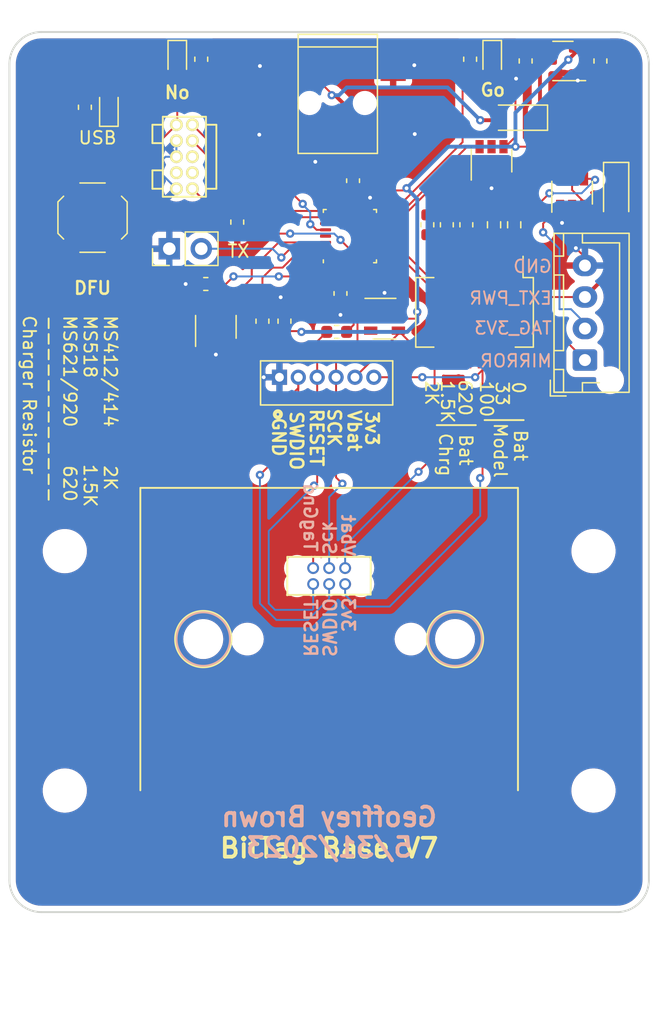
<source format=kicad_pcb>
(kicad_pcb (version 20211014) (generator pcbnew)
  (title_block (date "2023-05-31"))
  (layers (0 "F.Cu" signal) (31 "B.Cu" signal) (34 "B.Paste" user) (35 "F.Paste" user) (36 "B.SilkS" user "B.Silkscreen") (37 "F.SilkS" user "F.Silkscreen") (38 "B.Mask" user) (39 "F.Mask" user) (44 "Edge.Cuts" user))
  (net 0 "")
  (net 1 "+3V3")
  (net 2 "GND")
  (net 3 "VBAT_ADC")
  (net 4 "TAG_VBAT")
  (net 5 "/LED_RED")
  (net 6 "/LED_GREEN")
  (net 7 "TAG_3V3")
  (net 8 "TAG_SWDIO")
  (net 9 "TAG_RESET")
  (net 10 "Net-(R106-Pad2)")
  (net 11 "Net-(R106-Pad1)")
  (net 12 "/USB_DP")
  (net 13 "/USB_DM")
  (net 14 "Net-(R104-Pad2)")
  (net 15 "ADC_EN")
  (net 16 "Net-(D105-Pad1)")
  (net 17 "/NRST")
  (net 18 "TAG_SCK")
  (net 19 "Net-(D101-Pad1)")
  (net 20 "Net-(D102-Pad1)")
  (net 21 "/SWDIO")
  (net 22 "/SCLK")
  (net 23 "TAG_3V3_EN")
  (net 24 "EXT_PWR")
  (net 25 "Net-(R2-Pad2)")
  (net 26 "Net-(R3-Pad2)")
  (net 27 "Net-(R108-Pad2)")
  (net 29 "VUSB")
  (net 30 "/VIN")
  (net 31 "Net-(R108-Pad1)")
  (net 32 "TAG_MIRROR")
  (net 33 "/boot0")
  (net 34 "/UART_TX")
  (net 45 "Net-(R5-Pad1)")
  (net 46 "Net-(R5-Pad2)")
  (net 47 "Net-(R6-Pad1)")
  (net 48 "/TAG_SWDIO_EN")
  (net 49 "~{TAG_VBAT_EN}")
  (net 50 "TAG_3V3_IN")
  (footprint "LED_SMD:LED_0603_1608Metric" (layer "F.Cu") (at 114.935 52.959 -90)
    (fp_text reference "D101" hide)
    (fp_text value "LED-RED" hide)
  )
  (footprint "LED_SMD:LED_0603_1608Metric" (layer "F.Cu") (at 139.954 52.959 -90)
    (fp_text reference "D102" hide)
    (fp_text value "LED-GREEN" hide)
  )
  (footprint "LED_SMD:LED_0603_1608Metric" (layer "F.Cu") (at 109.5 56.8 90)
    (fp_text reference "D105" hide)
    (fp_text value "LED-GREEN" hide)
  )
  (footprint "tagbase:FTSH-105-01-F-D-K" (layer "F.Cu") (at 115.5 60.7 -90)
    (fp_text reference "J102" hide)
    (fp_text value "Conn_02x05_Odd_Even" hide)
  )
  (footprint "tagbase:6pin_tagpoints_new_offset" (layer "F.Cu") (at 127 93.98)
    (fp_text reference "J101" hide)
    (fp_text value "Conn_02x03_Odd_Even" hide)
  )
  (footprint "Package_TO_SOT_SMD:SOT-23-6" (layer "F.Cu") (at 118 74.2 90)
    (fp_text reference "U2" hide)
    (fp_text value "TS5A3159ADBVR" hide)
  )
  (footprint "tagbase:SW_SPST_TS_1187" (layer "F.Cu") (at 108.204 65.532 -90)
    (fp_text reference "U105" hide)
    (fp_text value "Tactile Switch" hide)
  )
  (footprint "Package_TO_SOT_SMD:SOT-23-3" (layer "F.Cu") (at 145.572 53.1 180)
    (fp_text reference "U1" hide)
    (fp_text value "XC6206")
  )
  (footprint "tagbase:USB_Mini-B" (layer "F.Cu") (at 127.635 56.2356 -90)
    (fp_text reference "J104" hide)
    (fp_text value "USB_B_Mini" hide)
  )
  (footprint "Capacitor_SMD:C_0603_1608Metric" (layer "F.Cu") (at 142.61 53.1 -90)
    (fp_text reference "C1" hide)
    (fp_text value "1uF" hide)
  )
  (footprint "Capacitor_SMD:C_0603_1608Metric" (layer "F.Cu") (at 119.7 65.8875 -90)
    (fp_text reference "C101" hide)
    (fp_text value "0.1uF" hide)
  )
  (footprint "Capacitor_SMD:C_0603_1608Metric" (layer "F.Cu") (at 148.55 53.1 -90)
    (fp_text reference "C104" hide)
    (fp_text value "1uF" hide)
  )
  (footprint "Capacitor_SMD:C_0603_1608Metric" (layer "F.Cu") (at 123.45 73.75 90)
    (fp_text reference "C107" hide)
    (fp_text value "0.1uF")
  )
  (footprint "Resistor_SMD:R_0603_1608Metric" (layer "F.Cu") (at 134.8 66.1 -90)
    (fp_text reference "R3" hide)
    (fp_text value "2K" hide)
  )
  (footprint "Resistor_SMD:R_0603_1608Metric" (layer "F.Cu") (at 116.84 52.96 -90)
    (fp_text reference "R101" hide)
    (fp_text value "620" hide)
  )
  (footprint "Resistor_SMD:R_0603_1608Metric" (layer "F.Cu") (at 138.2 52.96 -90)
    (fp_text reference "R102" hide)
    (fp_text value "620")
  )
  (footprint "Resistor_SMD:R_0603_1608Metric" (layer "F.Cu") (at 127.6 74.6)
    (fp_text reference "R104" hide)
    (fp_text value "2.2K")
  )
  (footprint "Resistor_SMD:R_0603_1608Metric" (layer "F.Cu") (at 117.2 70.8)
    (fp_text reference "R105" hide)
    (fp_text value "10K")
  )
  (footprint "Resistor_SMD:R_0603_1608Metric" (layer "F.Cu") (at 121.7 73.75 -90)
    (fp_text reference "R106" hide)
    (fp_text value "100")
  )
  (footprint "Resistor_SMD:R_0603_1608Metric" (layer "F.Cu") (at 107.595 56.774 90)
    (fp_text reference "R107" hide)
    (fp_text value "620" hide)
  )
  (footprint "Resistor_SMD:R_0603_1608Metric" (layer "F.Cu") (at 137.9 66.1 -90)
    (fp_text reference "R108" hide)
    (fp_text value "620")
  )
  (footprint "Package_TO_SOT_SMD:SOT-23-6" (layer "F.Cu") (at 131.4 73.55)
    (fp_text reference "U3" hide)
    (fp_text value "TS5A3159ADBVR" hide)
  )
  (footprint "Resistor_SMD:R_0603_1608Metric" (layer "F.Cu") (at 136.35 66.1 -90)
    (fp_text reference "R2" hide)
    (fp_text value "1.5K" hide)
  )
  (footprint "Diode_SMD:D_SOD-123" (layer "F.Cu") (at 142.1 57.6 180)
    (fp_text reference "D1" hide)
    (fp_text value "DIODE")
  )
  (footprint "Connector_JST:JST_XH_B04B-XH-AM_1x04_P2.50mm_Vertical" (layer "F.Cu") (at 147.32 76.835 90)
    (fp_text reference "J1" hide)
    (fp_text value "Conn_01x04_Female" hide)
  )
  (footprint "Button_Switch_SMD:SW_DIP_SPSTx06_Slide_KingTek_DSHP06TS_W7.62mm_P1.27mm" (layer "F.Cu") (at 138.55 73.05 -90)
    (fp_text reference "SW1" hide)
    (fp_text value "SW_DIP_x04")
  )
  (footprint "Package_TO_SOT_SMD:SOT-23-6" (layer "F.Cu") (at 146.3 63.55 90)
    (fp_text reference "U4" hide)
    (fp_text value "TS5A3159ADBVR")
  )
  (footprint "Package_TO_SOT_SMD:SOT-23-6" (layer "F.Cu") (at 139.9 61 90)
    (fp_text reference "U5" hide)
    (fp_text value "TS5A3159ADBVR")
  )
  (footprint "Connector_PinHeader_2.54mm:PinHeader_1x02_P2.54mm_Vertical" (layer "F.Cu") (at 114.3 68 90)
    (fp_text reference "J5" hide)
    (fp_text value "Conn_01x02")
  )
  (footprint "Capacitor_SMD:C_0603_1608Metric" (layer "F.Cu") (at 127.9 71.55 -90)
    (fp_text reference "C2" hide)
    (fp_text value "0.1uF")
  )
  (footprint "Capacitor_SMD:C_0603_1608Metric" (layer "F.Cu") (at 128.9 62.6 90)
    (fp_text reference "C3" hide)
    (fp_text value "0.1uF")
  )
  (footprint "Diode_SMD:D_SOD-123" (layer "F.Cu") (at 149.8 63.4 -90)
    (fp_text reference "D3" hide)
    (fp_text value "DIODE")
  )
  (footprint "MountingHole:MountingHole_2.5mm" (layer "F.Cu") (at 106 111)
    (fp_text reference "H2" hide)
    (fp_text value "MountingHole")
  )
  (footprint "MountingHole:MountingHole_2.5mm" (layer "F.Cu") (at 106 92)
    (fp_text reference "H1" hide)
    (fp_text value "MountingHole")
  )
  (footprint "Resistor_SMD:R_0603_1608Metric" (layer "F.Cu") (at 141.7 66.1 -90)
    (fp_text reference "R5" hide)
    (fp_text value "33")
  )
  (footprint "tagbase:JST_B6B-ZR(LF)(SN)" (layer "F.Cu") (at 126.8 78.2 180)
    (fp_text reference "J2" hide)
    (fp_text value "Conn_01x06")
  )
  (footprint "MountingHole:MountingHole_2.5mm" (layer "F.Cu") (at 148 111)
    (fp_text reference "H4" hide)
    (fp_text value "MountingHole")
  )
  (footprint "Resistor_SMD:R_0603_1608Metric" (layer "F.Cu") (at 140.1 66.1 90)
    (fp_text reference "R6" hide)
    (fp_text value "100")
  )
  (footprint "MountingHole:MountingHole_2.5mm" (layer "F.Cu") (at 148 92)
    (fp_text reference "H3" hide)
    (fp_text value "MountingHole")
  )
  (footprint "Package_DFN_QFN:QFN-28_4x4mm_P0.5mm" (layer "F.Cu") (at 128.65 67 90)
    (fp_text reference "U6" hide)
    (fp_text value "STM32F042G6Ux")
  )
  (gr_line (start 139.35 81.6) (end 142.45 81.6) (layer "F.SilkS") (width 0.15))
  (gr_line (start 135.55 82) (end 138.65 82) (layer "F.SilkS") (width 0.15))
  (gr_arc (start 149.86 50.8) (mid 151.656051 51.543949) (end 152.4 53.34) (layer "Edge.Cuts") (width 0.15))
  (gr_arc (start 104.14 120.65) (mid 102.343949 119.906051) (end 101.6 118.11) (layer "Edge.Cuts") (width 0.15))
  (gr_line (start 149.86 50.8) (end 104.14 50.8) (layer "Edge.Cuts") (width 0.15))
  (gr_arc (start 101.6 53.34) (mid 102.343949 51.543949) (end 104.14 50.8) (layer "Edge.Cuts") (width 0.15))
  (gr_line (start 149.86 120.65) (end 104.14 120.65) (layer "Edge.Cuts") (width 0.15))
  (gr_line (start 152.4 53.34) (end 152.4 118.11) (layer "Edge.Cuts") (width 0.15))
  (gr_arc (start 152.4 118.11) (mid 151.656051 119.906051) (end 149.86 120.65) (layer "Edge.Cuts") (width 0.15))
  (gr_line (start 101.6 53.34) (end 101.6 118.11) (layer "Edge.Cuts") (width 0.15))
  (gr_text "Vbat" (at 128.5 89 -90) (layer "B.SilkS") (effects (font (size 1 1) (thickness 0.2)) (justify right mirror)))
  (gr_text "Sck" (at 127 89.5 -90) (layer "B.SilkS") (effects (font (size 1 1) (thickness 0.2)) (justify right mirror)))
  (gr_text "TagGnd" (at 125.5 86.5 -90) (layer "B.SilkS") (effects (font (size 1 1) (thickness 0.2)) (justify right mirror)))
  (gr_text "3v3" (at 128.5 98.5 -90) (layer "B.SilkS") (effects (font (size 1 1) (thickness 0.2)) (justify left mirror)))
  (gr_text "SWDIO" (at 127 100.5 -90) (layer "B.SilkS") (effects (font (size 1 1) (thickness 0.2)) (justify left mirror)))
  (gr_text "RESET" (at 125.5 100.5 -90) (layer "B.SilkS") (effects (font (size 1 1) (thickness 0.2)) (justify left mirror)))
  (gr_text "Geoffrey Brown\n5/31/2023" (at 127 114.3) (layer "B.SilkS") (effects (font (size 1.5 1.5) (thickness 0.3)) (justify mirror)))
  (gr_text "EXT_PWR" (at 144.78 71.92) (layer "B.SilkS") (effects (font (size 1 1)) (justify left mirror)))
  (gr_text "MIRROR" (at 144.78 76.9) (layer "B.SilkS") (effects (font (size 1 1)) (justify left mirror)))
  (gr_text "GND" (at 144.78 69.4) (layer "B.SilkS") (effects (font (size 1 1)) (justify left mirror)))
  (gr_text "TAG_3V3" (at 144.78 74.295) (layer "B.SilkS") (effects (font (size 1 1)) (justify left mirror)))
  (gr_text "DFU" (at 108.204 71.12) (layer "F.SilkS") (effects (font (size 1 1) (thickness 0.2))))
  (gr_text "Go" (at 140 55.4) (layer "F.SilkS") (effects (font (size 1 1) (thickness 0.2))))
  (gr_text "3v3" (at 130.4 80.8 270) (layer "F.SilkS") (effects (font (size 1 1) (thickness 0.2)) (justify left)))
  (gr_text "TX" (at 119.8 68.2) (layer "F.SilkS") (effects (font (size 1 1))))
  (gr_text "SWDIO" (at 124.4 80.8 270) (layer "F.SilkS") (effects (font (size 1 1) (thickness 0.2)) (justify left)))
  (gr_text "BitTag Base V7" (at 127 115.57) (layer "F.SilkS") (effects (font (size 1.5 1.5) (thickness 0.3))))
  (gr_text "Bat \nModel" (at 141.4 84 270) (layer "F.SilkS") (effects (font (size 1 1))))
  (gr_text "GND" (at 123 84.6 270) (layer "F.SilkS") (effects (font (size 1 1) (thickness 0.2)) (justify right)))
  (gr_text "100" (at 139.5 78.4 270) (layer "F.SilkS") (effects (font (size 1 1)) (justify left)))
  (gr_text "No" (at 114.935 55.6) (layer "F.SilkS") (effects (font (size 1 1) (thickness 0.2))))
  (gr_text "USB" (at 108.6 59.2) (layer "F.SilkS") (effects (font (size 1 1))))
  (gr_text "SCK" (at 127.4 83.8 270) (layer "F.SilkS") (effects (font (size 1 1) (thickness 0.2)) (justify right)))
  (gr_text "2K" (at 135.15 79.45 270) (layer "F.SilkS") (effects (font (size 1 1))))
  (gr_text "Vbat" (at 129 84.2 270) (layer "F.SilkS") (effects (font (size 1 1) (thickness 0.2)) (justify right)))
  (gr_text "0" (at 142.05 78.45 270) (layer "F.SilkS") (effects (font (size 1 1)) (justify left)))
  (gr_text "1.5K" (at 136.4 78.35 270) (layer "F.SilkS") (effects (font (size 1 1)) (justify left)))
  (gr_text "Bat \nChrg" (at 137.05 84.35 270) (layer "F.SilkS") (effects (font (size 1 1))))
  (gr_text "33" (at 140.75 78.45 270) (layer "F.SilkS") (effects (font (size 1 1)) (justify left)))
  (gr_text "MS412/414    2K\nMS518         1.5K\nMS621/920    620\n------------\nCharger Resistor" (at 106.4 73.2 270) (layer "F.SilkS") (effects (font (size 1 1)) (justify left)))
  (gr_text "620" (at 137.8 78.3 270) (layer "F.SilkS") (effects (font (size 1 1)) (justify left)))
  (gr_text "RESET" (at 126 80.6 270) (layer "F.SilkS") (effects (font (size 1 1) (thickness 0.2)) (justify left)))
  (segment (start 112.4 70.6) (end 115.8 74) (width 0.1524) (layer "F.Cu") (net 1))
  (segment (start 112.225 60.8) (end 107.1 60.8) (width 0.1524) (layer "F.Cu") (net 1))
  (segment (start 120.8 75.2) (end 120.8 75.4) (width 0.1524) (layer "F.Cu") (net 1))
  (segment (start 121.2 75.8) (end 122.1875 75.8) (width 0.1524) (layer "F.Cu") (net 1))
  (segment (start 146.7095 52.15) (end 148.3875 52.15) (width 0.3048) (layer "F.Cu") (net 1))
  (segment (start 146.7095 52.15) (end 146.7095 52.2905) (width 0.3048) (layer "F.Cu") (net 1))
  (segment (start 106.329 68.532) (end 108.397 70.6) (width 0.1524) (layer "F.Cu") (net 1))
  (segment (start 122.1875 75.8) (end 123.45 74.5375) (width 0.1524) (layer "F.Cu") (net 1))
  (segment (start 141.8 59.9) (end 144.9 59.9) (width 0.1524) (layer "F.Cu") (net 1))
  (segment (start 140.85 59.9) (end 141.8 59.9) (width 0.1524) (layer "F.Cu") (net 1))
  (segment (start 118 73.7824) (end 118.2088 73.9912) (width 0.1524) (layer "F.Cu") (net 1))
  (segment (start 132.5 73.55) (end 133.85 73.55) (width 0.1524) (layer "F.Cu") (net 1))
  (segment (start 148.3875 52.15) (end 148.55 52.3125) (width 0.3048) (layer "F.Cu") (net 1))
  (segment (start 129.15 69.525) (end 127.9 70.775) (width 0.1524) (layer "F.Cu") (net 1))
  (segment (start 108.397 70.6) (end 112.4 70.6) (width 0.1524) (layer "F.Cu") (net 1))
  (segment (start 141.8 59.109737) (end 141.8 55.5925) (width 0.1524) (layer "F.Cu") (net 1))
  (segment (start 114.865 58.16) (end 112.225 60.8) (width 0.1524) (layer "F.Cu") (net 1))
  (segment (start 114.935 53.7465) (end 114.935 58.09) (width 0.1524) (layer "F.Cu") (net 1))
  (segment (start 129.15 68.9375) (end 129.15 69.525) (width 0.1524) (layer "F.Cu") (net 1))
  (segment (start 126.4 70.95) (end 126.575 70.775) (width 0.1524) (layer "F.Cu") (net 1))
  (segment (start 117.6 74) (end 118 73.6) (width 0.1524) (layer "F.Cu") (net 1))
  (segment (start 141.8 55.5925) (end 139.954 53.7465) (width 0.1524) (layer "F.Cu") (net 1))
  (segment (start 128.9 64.8125) (end 129.15 65.0625) (width 0.1524) (layer "F.Cu") (net 1))
  (segment (start 146.7095 52.2905) (end 146 53) (width 0.3048) (layer "F.Cu") (net 1))
  (segment (start 126.4 71.5875) (end 126.4 70.95) (width 0.1524) (layer "F.Cu") (net 1))
  (segment (start 134.2 73.2) (end 134 73) (width 0.1524) (layer "F.Cu") (net 1))
  (segment (start 119.5912 73.9912) (end 120.8 75.2) (width 0.1524) (layer "F.Cu") (net 1))
  (segment (start 144.9 59.9) (end 146.3 61.3) (width 0.1524) (layer "F.Cu") (net 1))
  (segment (start 139.9 59.9) (end 140.85 59.9) (width 0.1524) (layer "F.Cu") (net 1))
  (segment (start 107.1 60.8) (end 106.329 61.571) (width 0.1524) (layer "F.Cu") (net 1))
  (segment (start 120.8 75.4) (end 121.2 75.8) (width 0.1524) (layer "F.Cu") (net 1))
  (segment (start 147.25 64.2878) (end 147.25 64.65) (width 0.1524) (layer "F.Cu") (net 1))
  (segment (start 129.15 65.0625) (end 129.15 68.9375) (width 0.1524) (layer "F.Cu") (net 1))
  (segment (start 146.3 62.45) (end 146.3 63.3378) (width 0.1524) (layer "F.Cu") (net 1))
  (segment (start 126.575 70.775) (end 127.9 70.775) (width 0.1524) (layer "F.Cu") (net 1))
  (segment (start 123.45 74.5375) (end 126.4 71.5875) (width 0.1524) (layer "F.Cu") (net 1))
  (segment (start 146.3 61.3) (end 146.3 62.45) (width 0.1524) (layer "F.Cu") (net 1))
  (segment (start 128.9 63.375) (end 132.975 63.375) (width 0.1524) (layer "F.Cu") (net 1))
  (segment (start 118.2088 73.9912) (end 119.5912 73.9912) (width 0.1524) (layer "F.Cu") (net 1))
  (segment (start 146.3 63.3378) (end 147.25 64.2878) (width 0.1524) (layer "F.Cu") (net 1))
  (segment (start 128.9 63.375) (end 128.9 64.8125) (width 0.1524) (layer "F.Cu") (net 1))
  (segment (start 115.8 74) (end 117.6 74) (width 0.1524) (layer "F.Cu") (net 1))
  (segment (start 114.935 58.09) (end 114.865 58.16) (width 0.1524) (layer "F.Cu") (net 1))
  (segment (start 118 73.1) (end 118 73.7824) (width 0.1524) (layer "F.Cu") (net 1))
  (segment (start 124.7375 74.5375) (end 124.8 74.6) (width 0.1524) (layer "F.Cu") (net 1))
  (segment (start 132.975 63.375) (end 133.15 63.2) (width 0.1524) (layer "F.Cu") (net 1))
  (segment (start 106.329 62.532) (end 106.329 68.532) (width 0.1524) (layer "F.Cu") (net 1))
  (segment (start 128.65 65.0625) (end 128.9 64.8125) (width 0.1524) (layer "F.Cu") (net 1))
  (segment (start 141.009737 59.9) (end 141.8 59.109737) (width 0.1524) (layer "F.Cu") (net 1))
  (segment (start 123.45 74.5375) (end 124.7375 74.5375) (width 0.1524) (layer "F.Cu") (net 1))
  (segment (start 140.85 59.9) (end 141.009737 59.9) (width 0.1524) (layer "F.Cu") (net 1))
  (segment (start 133.85 73.55) (end 134.2 73.2) (width 0.1524) (layer "F.Cu") (net 1))
  (segment (start 106.329 61.571) (end 106.329 62.532) (width 0.1524) (layer "F.Cu") (net 1))
  (via (at 146 53) (size 0.6604) (drill 0.3048) (layers "F.Cu" "B.Cu") (net 1))
  (via (at 133.15 63.2) (size 0.6604) (drill 0.3048) (layers "F.Cu" "B.Cu") (net 1))
  (via (at 124.8 74.6) (size 0.6604) (drill 0.3048) (layers "F.Cu" "B.Cu") (net 1))
  (via (at 134 73) (size 0.6604) (drill 0.3048) (layers "F.Cu" "B.Cu") (net 1))
  (via (at 141.8 59.9) (size 0.6604) (drill 0.3048) (layers "F.Cu" "B.Cu") (net 1))
  (segment (start 134 73) (end 134 73.8) (width 0.3048) (layer "B.Cu") (net 1))
  (segment (start 143.05 55.95) (end 141.8 57.2) (width 0.3048) (layer "B.Cu") (net 1))
  (segment (start 146 53) (end 143.05 55.95) (width 0.3048) (layer "B.Cu") (net 1))
  (segment (start 136.45 59.9) (end 141.8 59.9) (width 0.3048) (layer "B.Cu") (net 1))
  (segment (start 134 73.8) (end 133.2 74.6) (width 0.3048) (layer "B.Cu") (net 1))
  (segment (start 133.2 74.6) (end 124.8 74.6) (width 0.3048) (layer "B.Cu") (net 1))
  (segment (start 134 64.05) (end 134 73) (width 0.3048) (layer "B.Cu") (net 1))
  (segment (start 133.15 63.2) (end 134 64.05) (width 0.3048) (layer "B.Cu") (net 1))
  (segment (start 141.8 57.2) (end 141.8 59.9) (width 0.3048) (layer "B.Cu") (net 1))
  (segment (start 133.15 63.2) (end 136.45 59.9) (width 0.3048) (layer "B.Cu") (net 1))
  (segment (start 116.4125 70.8) (end 115.6 70.8) (width 0.1524) (layer "F.Cu") (net 2))
  (segment (start 123.285 59.0356) (end 123.185 58.9356) (width 0.1524) (layer "F.Cu") (net 2))
  (segment (start 121.5644 53.4356) (end 121.5 53.5) (width 0.1524) (layer "F.Cu") (net 2))
  (segment (start 123.185 58.9356) (end 121.4644 58.9356) (width 0.1524) (layer "F.Cu") (net 2))
  (segment (start 142.4625 53.8875) (end 141.85 54.5) (width 0.3048) (layer "F.Cu") (net 2))
  (segment (start 139.9 62.1) (end 139.9 63.2) (width 0.1524) (layer "F.Cu") (net 2))
  (segment (start 130.3 73.55) (end 130.9824 73.55) (width 0.1524) (layer "F.Cu") (net 2))
  (segment (start 146.3 65.15) (end 145.5 65.95) (width 0.1524) (layer "F.Cu") (net 2))
  (segment (start 123.05 78.2) (end 121.8 78.2) (width 0.1524) (layer "F.Cu") (net 2))
  (segment (start 146.7095 54.05) (end 146.7095 54.6095) (width 0.3048) (layer "F.Cu") (net 2))
  (segment (start 147.32 69.335) (end 147.32 68.67) (width 0.1524) (layer "F.Cu") (net 2))
  (segment (start 129.65 64.55) (end 130.25 63.95) (width 0.1524) (layer "F.Cu") (net 2))
  (segment (start 123.15 72.6625) (end 123.45 72.9625) (width 0.1524) (layer "F.Cu") (net 2))
  (segment (start 126.835 59.0356) (end 126.035 59.0356) (width 0.1524) (layer "F.Cu") (net 2))
  (segment (start 146.3 64.65) (end 146.3 65.15) (width 0.1524) (layer "F.Cu") (net 2))
  (segment (start 128.9 61.825) (end 129.1956 61.825) (width 0.1524) (layer "F.Cu") (net 2))
  (segment (start 118 75.3) (end 118 76.4) (width 0.1524) (layer "F.Cu") (net 2))
  (segment (start 123.185 53.4356) (end 121.5644 53.4356) (width 0.1524) (layer "F.Cu") (net 2))
  (segment (start 133.7644 58.9356) (end 133.8 58.9) (width 0.1524) (layer "F.Cu") (net 2))
  (segment (start 132.085 54.838) (end 132.085 58.9356) (width 0.1524) (layer "F.Cu") (net 2))
  (segment (start 132.085 53.4356) (end 133.7644 53.4356) (width 0.1524) (layer "F.Cu") (net 2))
  (segment (start 127.9 72.325) (end 127.9 73.25) (width 0.1524) (layer "F.Cu") (net 2))
  (segment (start 129.65 65.0625) (end 129.65 64.55) (width 0.1524) (layer "F.Cu") (net 2))
  (segment (start 126.035 59.0356) (end 126.035 60.965) (width 0.1524) (layer "F.Cu") (net 2))
  (segment (start 148.3875 54.05) (end 148.55 53.8875) (width 0.3048) (layer "F.Cu") (net 2))
  (segment (start 125.73 93.345) (end 125.73 92.13) (width 0.1524) (layer "F.Cu") (net 2))
  (segment (start 126.035 59.0356) (end 123.285 59.0356) (width 0.1524) (layer "F.Cu") (net 2))
  (segment (start 142.61 53.8875) (end 142.4625 53.8875) (width 0.3048) (layer "F.Cu") (net 2))
  (segment (start 132.085 53.4356) (end 132.085 54.838) (width 0.1524) (layer "F.Cu") (net 2))
  (segment (start 130.9824 73.55) (end 131.4 73.1324) (width 0.1524) (layer "F.Cu") (net 2))
  (segment (start 146.7095 54.6095) (end 146.75 54.65) (width 0.3048) (layer "F.Cu") (net 2))
  (segment (start 132.085 58.9356) (end 133.7644 58.9356) (width 0.1524) (layer "F.Cu") (net 2))
  (segment (start 121.4644 58.9356) (end 121.45 58.95) (width 0.1524) (layer "F.Cu") (net 2))
  (segment (start 123.15 71.85) (end 123.15 72.6625) (width 0.1524) (layer "F.Cu") (net 2))
  (segment (start 126.035 60.965) (end 125.9 61.1) (width 0.1524) (layer "F.Cu") (net 2))
  (segment (start 129.1956 61.825) (end 132.085 58.9356) (width 0.1524) (layer "F.Cu") (net 2))
  (segment (start 146.7095 54.05) (end 148.3875 54.05) (width 0.3048) (layer "F.Cu") (net 2))
  (segment (start 147.32 68.67) (end 146.6 67.95) (width 0.1524) (layer "F.Cu") (net 2))
  (segment (start 131.4 73.1324) (end 131.4 71.5) (width 0.1524) (layer "F.Cu") (net 2))
  (via (at 118 76.4) (size 0.6604) (drill 0.3048) (layers "F.Cu" "B.Cu") (net 2))
  (via (at 127.9 73.25) (size 0.6604) (drill 0.3048) (layers "F.Cu" "B.Cu") (net 2))
  (via (at 123.15 71.85) (size 0.6604) (drill 0.3048) (layers "F.Cu" "B.Cu") (net 2))
  (via (at 130.25 63.95) (size 0.6604) (drill 0.3048) (layers "F.Cu" "B.Cu") (net 2))
  (via (at 121.45 58.95) (size 0.6604) (drill 0.3048) (layers "F.Cu" "B.Cu") (net 2))
  (via (at 146.6 67.95) (size 0.6604) (drill 0.3048) (layers "F.Cu" "B.Cu") (net 2))
  (via (at 146.75 54.65) (size 0.6604) (drill 0.3048) (layers "F.Cu" "B.Cu") (net 2))
  (via (at 141.85 54.5) (size 0.6604) (drill 0.3048) (layers "F.Cu" "B.Cu") (net 2))
  (via (at 131.4 71.5) (size 0.6604) (drill 0.3048) (layers "F.Cu" "B.Cu") (net 2))
  (via (at 121.8 78.2) (size 0.6604) (drill 0.3048) (layers "F.Cu" "B.Cu") (net 2))
  (via (at 133.7644 53.4356) (size 0.6604) (drill 0.3048) (layers "F.Cu" "B.Cu") (net 2))
  (via (at 139.9 63.2) (size 0.6604) (drill 0.3048) (layers "F.Cu" "B.Cu") (net 2))
  (via (at 145.5 65.95) (size 0.6604) (drill 0.3048) (layers "F.Cu" "B.Cu") (net 2))
  (via (at 115.6 70.8) (size 0.6604) (drill 0.3048) (layers "F.Cu" "B.Cu") (net 2))
  (via (at 133.8 58.9) (size 0.6604) (drill 0.3048) (layers "F.Cu" "B.Cu") (net 2))
  (via (at 125.9 61.1) (size 0.6604) (drill 0.3048) (layers "F.Cu" "B.Cu") (net 2))
  (via (at 121.5 53.5) (size 0.6604) (drill 0.3048) (layers "F.Cu" "B.Cu") (net 2))
  (segment (start 114.865 60.7) (end 114 60.7) (width 0.1524) (layer "B.Cu") (net 2))
  (segment (start 113.6 61.975) (end 114.865 63.24) (width 0.1524) (layer "B.Cu") (net 2))
  (segment (start 114 60.7) (end 113.6 61.1) (width 0.1524) (layer "B.Cu") (net 2))
  (segment (start 113.6 61.1) (end 113.6 61.975) (width 0.1524) (layer "B.Cu") (net 2))
  (segment (start 114.865 59.43) (end 114.865 60.7) (width 0.1524) (layer "B.Cu") (net 2))
  (segment (start 130.6475 72.2525) (end 130.6475 68.5) (width 0.1524) (layer "F.Cu") (net 3))
  (segment (start 130.3 72.6) (end 130.6475 72.2525) (width 0.1524) (layer "F.Cu") (net 3))
  (segment (start 136.645 76.86) (end 137.915 76.86) (width 0.1524) (layer "F.Cu") (net 4))
  (segment (start 134.86 76.86) (end 135.375 76.86) (width 0.1524) (layer "F.Cu") (net 4))
  (segment (start 132.5 74.75) (end 132.5 74.5) (width 0.1524) (layer "F.Cu") (net 4))
  (segment (start 135.375 84.275) (end 135.375 76.86) (width 0.1524) (layer "F.Cu") (net 4))
  (segment (start 134.1 85.7) (end 135.375 84.425) (width 0.1524) (layer "F.Cu") (net 4))
  (segment (start 135.375 84.425) (end 135.375 84.275) (width 0.1524) (layer "F.Cu") (net 4))
  (segment (start 135.375 76.86) (end 136.645 76.86) (width 0.1524) (layer "F.Cu") (net 4))
  (segment (start 132.5 74.5) (end 134.86 76.86) (width 0.1524) (layer "F.Cu") (net 4))
  (segment (start 129.05 78.2) (end 132.5 74.75) (width 0.1524) (layer "F.Cu") (net 4))
  (via (at 134.1 85.7) (size 0.6604) (drill 0.3048) (layers "F.Cu" "B.Cu") (net 4))
  (segment (start 128.27 91.53) (end 134.1 85.7) (width 0.1524) (layer "B.Cu") (net 4))
  (segment (start 128.27 93.345) (end 128.27 91.53) (width 0.1524) (layer "B.Cu") (net 4))
  (segment (start 124.9 64.4442) (end 116.84 56.3842) (width 0.1524) (layer "F.Cu") (net 5))
  (segment (start 125.5 66) (end 125.5 66.0583) (width 0.1524) (layer "F.Cu") (net 5))
  (segment (start 116.84 53.7475) (end 116.84 56.3842) (width 0.1524) (layer "F.Cu") (net 5))
  (segment (start 126 66.5) (end 125.5 66) (width 0.1524) (layer "F.Cu") (net 5))
  (segment (start 126.7125 66.5) (end 126 66.5) (width 0.1524) (layer "F.Cu") (net 5))
  (via (at 125.5 66.0583) (size 0.6604) (drill 0.3048) (layers "F.Cu" "B.Cu") (net 5))
  (via (at 124.9 64.4442) (size 0.6604) (drill 0.3048) (layers "F.Cu" "B.Cu") (net 5))
  (segment (start 125.5 65.1) (end 124.9 64.5) (width 0.1524) (layer "B.Cu") (net 5))
  (segment (start 125.5 66.0583) (end 125.5 65.1) (width 0.1524) (layer "B.Cu") (net 5))
  (segment (start 124.9 64.5) (end 124.9 64.4442) (width 0.1524) (layer "B.Cu") (net 5))
  (segment (start 137.6 59.540263) (end 132.137763 65.0025) (width 0.1524) (layer "F.Cu") (net 6))
  (segment (start 137.6 54.3475) (end 137.6 55) (width 0.1524) (layer "F.Cu") (net 6))
  (segment (start 138.2 53.7475) (end 137.6 54.3475) (width 0.1524) (layer "F.Cu") (net 6))
  (segment (start 137.6 55) (end 137.6 59.540263) (width 0.1524) (layer "F.Cu") (net 6))
  (segment (start 132.137763 65.0025) (end 130.15 65.0025) (width 0.1524) (layer "F.Cu") (net 6))
  (segment (start 140.455 76.86) (end 141.725 76.86) (width 0.1524) (layer "F.Cu") (net 7))
  (segment (start 139.185 77.615) (end 138.6 78.2) (width 0.1524) (layer "F.Cu") (net 7))
  (segment (start 139.185 86.015) (end 139 86.2) (width 0.1524) (layer "F.Cu") (net 7))
  (segment (start 139.185 76.86) (end 140.455 76.86) (width 0.1524) (layer "F.Cu") (net 7))
  (segment (start 139.185 76.86) (end 139.185 86.015) (width 0.1524) (layer "F.Cu") (net 7))
  (segment (start 130.55 78.2) (end 134.4 78.2) (width 0.1524) (layer "F.Cu") (net 7))
  (segment (start 139.185 76.86) (end 139.185 77.615) (width 0.1524) (layer "F.Cu") (net 7))
  (via (at 134.4 78.2) (size 0.6604) (drill 0.3048) (layers "F.Cu" "B.Cu") (net 7))
  (via (at 139 86.2) (size 0.6604) (drill 0.3048) (layers "F.Cu" "B.Cu") (net 7))
  (via (at 138.6 78.2) (size 0.6604) (drill 0.3048) (layers "F.Cu" "B.Cu") (net 7))
  (segment (start 128.27 95.47) (end 128.27 94.615) (width 0.1524) (layer "B.Cu") (net 7))
  (segment (start 139 86.2) (end 139 89.2) (width 0.1524) (layer "B.Cu") (net 7))
  (segment (start 139 89.2) (end 131.8 96.4) (width 0.1524) (layer "B.Cu") (net 7))
  (segment (start 129.2 96.4) (end 128.27 95.47) (width 0.1524) (layer "B.Cu") (net 7))
  (segment (start 134.4 78.2) (end 138.6 78.2) (width 0.1524) (layer "B.Cu") (net 7))
  (segment (start 131.8 96.4) (end 129.2 96.4) (width 0.1524) (layer "B.Cu") (net 7))
  (segment (start 119.8 79.6) (end 124 79.6) (width 0.1524) (layer "F.Cu") (net 8))
  (segment (start 124.55 82.9) (end 124.55 78.2) (width 0.1524) (layer "F.Cu") (net 8))
  (segment (start 124.55 79.05) (end 124.55 78.2) (width 0.1524) (layer "F.Cu") (net 8))
  (segment (start 121.5 85.95) (end 124.55 82.9) (width 0.1524) (layer "F.Cu") (net 8))
  (segment (start 117.05 75.3) (end 117.05 76.85) (width 0.1524) (layer "F.Cu") (net 8))
  (segment (start 117.05 76.85) (end 119.8 79.6) (width 0.1524) (layer "F.Cu") (net 8))
  (segment (start 124 79.6) (end 124.55 79.05) (width 0.1524) (layer "F.Cu") (net 8))
  (via (at 121.5 85.95) (size 0.6604) (drill 0.3048) (layers "F.Cu" "B.Cu") (net 8))
  (segment (start 122.8 97.46) (end 125.312972 97.46) (width 0.1524) (layer "B.Cu") (net 8))
  (segment (start 127 95.279538) (end 127 94.615) (width 0.1524) (layer "B.Cu") (net 8))
  (segment (start 127 95.772972) (end 127 95.279538) (width 0.1524) (layer "B.Cu") (net 8))
  (segment (start 121.5 85.95) (end 121.5 96.16) (width 0.1524) (layer "B.Cu") (net 8))
  (segment (start 121.5 96.16) (end 122.8 97.46) (width 0.1524) (layer "B.Cu") (net 8))
  (segment (start 125.312972 97.46) (end 127 95.772972) (width 0.1524) (layer "B.Cu") (net 8))
  (segment (start 126.05 86.55) (end 125.8 86.8) (width 0.1524) (layer "F.Cu") (net 9))
  (segment (start 126.05 78.2) (end 126.05 75.3625) (width 0.1524) (layer "F.Cu") (net 9))
  (segment (start 126.05 78.2) (end 126.05 86.55) (width 0.1524) (layer "F.Cu") (net 9))
  (segment (start 126.05 75.3625) (end 126.8125 74.6) (width 0.1524) (layer "F.Cu") (net 9))
  (via (at 125.8 86.8) (size 0.6604) (drill 0.3048) (layers "F.Cu" "B.Cu") (net 9))
  (segment (start 122.2 96.16) (end 122.2 90.46) (width 0.1524) (layer "B.Cu") (net 9))
  (segment (start 125.66 96.66) (end 122.7 96.66) (width 0.1524) (layer "B.Cu") (net 9))
  (segment (start 122.7 96.66) (end 122.2 96.16) (width 0.1524) (layer "B.Cu") (net 9))
  (segment (start 125.8 86.8) (end 122.2 90.4) (width 0.1524) (layer "B.Cu") (net 9))
  (segment (start 125.73 94.615) (end 125.73 96.59) (width 0.1524) (layer "B.Cu") (net 9))
  (segment (start 125.73 96.59) (end 125.66 96.66) (width 0.1524) (layer "B.Cu") (net 9))
  (segment (start 118.95 73.1) (end 120.2625 73.1) (width 0.1524) (layer "F.Cu") (net 10))
  (segment (start 120.2625 73.1) (end 121.7 74.5375) (width 0.1524) (layer "F.Cu") (net 10))
  (segment (start 121.7 72.9625) (end 121.7 70.3) (width 0.1524) (layer "F.Cu") (net 11))
  (segment (start 122.5 69.5) (end 123.3 69.5) (width 0.1524) (layer "F.Cu") (net 11))
  (segment (start 126.6525 68.5) (end 124.3 68.5) (width 0.1524) (layer "F.Cu") (net 11))
  (segment (start 124.3 68.5) (end 123.3 69.5) (width 0.1524) (layer "F.Cu") (net 11))
  (segment (start 121.7 70.3) (end 122.5 69.5) (width 0.1524) (layer "F.Cu") (net 11))
  (segment (start 127.635 65.0475) (end 127.65 65.0625) (width 0.1524) (layer "F.Cu") (net 12))
  (segment (start 127.635 59.0356) (end 127.635 65.0475) (width 0.1524) (layer "F.Cu") (net 12))
  (segment (start 128.0036 64.9161) (end 128.15 65.0625) (width 0.1524) (layer "F.Cu") (net 13))
  (segment (start 128.0036 61.0464) (end 128.0036 64.9161) (width 0.1524) (layer "F.Cu") (net 13))
  (segment (start 128.435 59.0356) (end 128.435 60.615) (width 0.1524) (layer "F.Cu") (net 13))
  (segment (start 128.435 60.615) (end 128.0036 61.0464) (width 0.1524) (layer "F.Cu") (net 13))
  (segment (start 129.65 70.668948) (end 128.9452 71.373748) (width 0.1524) (layer "F.Cu") (net 14))
  (segment (start 128.9452 74.0423) (end 128.9452 71.373748) (width 0.1524) (layer "F.Cu") (net 14))
  (segment (start 129.65 68.9375) (end 129.65 70.668948) (width 0.1524) (layer "F.Cu") (net 14))
  (segment (start 128.3875 74.6) (end 128.9452 74.0423) (width 0.1524) (layer "F.Cu") (net 14))
  (segment (start 130.946929 68) (end 132.5 69.553071) (width 0.1524) (layer "F.Cu") (net 15))
  (segment (start 130.5875 68) (end 130.946929 68) (width 0.1524) (layer "F.Cu") (net 15))
  (segment (start 132.5 69.553071) (end 132.5 72.6) (width 0.1524) (layer "F.Cu") (net 15))
  (segment (start 107.595 57.5615) (end 109.474 57.5615) (width 0.1524) (layer "F.Cu") (net 16))
  (segment (start 109.474 57.5615) (end 109.5 57.5875) (width 0.1524) (layer "F.Cu") (net 16))
  (segment (start 117.995 65.1) (end 119.7 65.1) (width 0.1524) (layer "F.Cu") (net 17))
  (segment (start 121 65.1) (end 122.7 66.8) (width 0.1524) (layer "F.Cu") (net 17))
  (segment (start 128.65 68.9375) (end 128.65 68.05) (width 0.1524) (layer "F.Cu") (net 17))
  (segment (start 119.7 65.1) (end 121 65.1) (width 0.1524) (layer "F.Cu") (net 17))
  (segment (start 128.65 68.05) (end 127.9 67.3) (width 0.1524) (layer "F.Cu") (net 17))
  (segment (start 122.7 66.8) (end 123.9 66.8) (width 0.1524) (layer "F.Cu") (net 17))
  (segment (start 116.135 63.24) (end 117.995 65.1) (width 0.1524) (layer "F.Cu") (net 17))
  (via (at 127.9 67.3) (size 0.6604) (drill 0.3048) (layers "F.Cu" "B.Cu") (net 17))
  (via (at 123.9 66.8) (size 0.6604) (drill 0.3048) (layers "F.Cu" "B.Cu") (net 17))
  (segment (start 123.9 66.8) (end 127.4 66.8) (width 0.1524) (layer "B.Cu") (net 17))
  (segment (start 127.4 66.8) (end 127.9 67.3) (width 0.1524) (layer "B.Cu") (net 17))
  (segment (start 127.55 78.2) (end 127.55 77.05) (width 0.1524) (layer "F.Cu") (net 18))
  (segment (start 127.55 78.2) (end 127.55 86.15) (width 0.1524) (layer "F.Cu") (net 18))
  (segment (start 130.15 68.9975) (end 130.15 70.6) (width 0.1524) (layer "F.Cu") (net 18))
  (segment (start 129.25 71.5) (end 129.25 75.75) (width 0.1524) (layer "F.Cu") (net 18))
  (segment (start 127.55 86.15) (end 128.05 86.65) (width 0.1524) (layer "F.Cu") (net 18))
  (segment (start 130.15 70.6) (end 129.25 71.5) (width 0.1524) (layer "F.Cu") (net 18))
  (segment (start 128.85 75.75) (end 129.25 75.75) (width 0.1524) (layer "F.Cu") (net 18))
  (segment (start 127.55 77.05) (end 128.85 75.75) (width 0.1524) (layer "F.Cu") (net 18))
  (via (at 128.05 86.65) (size 0.6604) (drill 0.3048) (layers "F.Cu" "B.Cu") (net 18))
  (segment (start 127 87.7) (end 127 93.345) (width 0.1524) (layer "B.Cu") (net 18))
  (segment (start 128.05 86.65) (end 127 87.7) (width 0.1524) (layer "B.Cu") (net 18))
  (segment (start 114.936 52.1725) (end 114.935 52.1715) (width 0.1524) (layer "F.Cu") (net 19))
  (segment (start 116.84 52.1725) (end 114.936 52.1725) (width 0.1524) (layer "F.Cu") (net 19))
  (segment (start 138.2 52.1725) (end 139.953 52.1725) (width 0.1524) (layer "F.Cu") (net 20))
  (segment (start 139.953 52.1725) (end 139.954 52.1715) (width 0.1524) (layer "F.Cu") (net 20))
  (segment (start 122.9775 65.0025) (end 127.15 65.0025) (width 0.1524) (layer "F.Cu") (net 21))
  (segment (start 116.135 58.16) (end 122.9775 65.0025) (width 0.1524) (layer "F.Cu") (net 21))
  (segment (start 122.205 65.5) (end 126.6525 65.5) (width 0.1524) (layer "F.Cu") (net 22))
  (segment (start 116.135 59.43) (end 120.83 64.125) (width 0.1524) (layer "F.Cu") (net 22))
  (segment (start 120.83 64.125) (end 122.205 65.5) (width 0.1524) (layer "F.Cu") (net 22))
  (segment (start 137 61.3) (end 131.8 66.5) (width 0.1524) (layer "F.Cu") (net 23))
  (segment (start 131.8 66.5) (end 130.5875 66.5) (width 0.1524) (layer "F.Cu") (net 23))
  (segment (start 144.2 61.3) (end 137 61.3) (width 0.1524) (layer "F.Cu") (net 23))
  (segment (start 145.35 62.45) (end 144.2 61.3) (width 0.1524) (layer "F.Cu") (net 23))
  (segment (start 131.9 67) (end 130.5875 67) (width 0.1524) (layer "F.Cu") (net 24))
  (segment (start 132.4 67.5) (end 131.9 67) (width 0.1524) (layer "F.Cu") (net 24))
  (segment (start 147.32 71.835) (end 149.8 69.355) (width 0.3048) (layer "F.Cu") (net 24))
  (segment (start 149.8 69.355) (end 149.8 65.05) (width 0.3048) (layer "F.Cu") (net 24))
  (segment (start 136.4978 71.835) (end 132.4 67.7372) (width 0.1524) (layer "F.Cu") (net 24))
  (segment (start 132.4 67.7372) (end 132.4 67.5) (width 0.1524) (layer "F.Cu") (net 24))
  (segment (start 147.32 71.835) (end 136.4978 71.835) (width 0.1524) (layer "F.Cu") (net 24))
  (segment (start 136.35 66.8875) (end 136.645 67.1825) (width 0.1524) (layer "F.Cu") (net 25))
  (segment (start 136.645 67.1825) (end 136.645 69.24) (width 0.1524) (layer "F.Cu") (net 25))
  (segment (start 134.8 66.8875) (end 135.375 67.4625) (width 0.1524) (layer "F.Cu") (net 26))
  (segment (start 135.375 67.4625) (end 135.375 69.24) (width 0.1524) (layer "F.Cu") (net 26))
  (segment (start 137.915 66.9025) (end 137.915 69.24) (width 0.1524) (layer "F.Cu") (net 27))
  (segment (start 137.9 66.8875) (end 137.915 66.9025) (width 0.1524) (layer "F.Cu") (net 27))
  (segment (start 140.25 57.8) (end 140.45 57.6) (width 0.3048) (layer "F.Cu") (net 29))
  (segment (start 117.8386 52.8386) (end 121 56) (width 0.1524) (layer "F.Cu") (net 29))
  (segment (start 124.6 55.1) (end 126.6 55.1) (width 0.1524) (layer "F.Cu") (net 29))
  (segment (start 129.235 57.5808) (end 127.4707 55.8165) (width 0.3048) (layer "F.Cu") (net 29))
  (segment (start 129.235 59.0356) (end 129.235 57.5808) (width 0.3048) (layer "F.Cu") (net 29))
  (segment (start 139 57.8) (end 140.25 57.8) (width 0.3048) (layer "F.Cu") (net 29))
  (segment (start 126.6 55.1) (end 127.2032 55.7032) (width 0.1524) (layer "F.Cu") (net 29))
  (segment (start 121 56) (end 123.7 56) (width 0.1524) (layer "F.Cu") (net 29))
  (segment (start 127.2032 55.7032) (end 127.2032 55.8165) (width 0.1524) (layer "F.Cu") (net 29))
  (segment (start 112.6739 52.8386) (end 117.8386 52.8386) (width 0.1524) (layer "F.Cu") (net 29))
  (segment (start 109.5 56.0125) (end 112.6739 52.8386) (width 0.1524) (layer "F.Cu") (net 29))
  (segment (start 127.4707 55.8165) (end 127.2032 55.8165) (width 0.3048) (layer "F.Cu") (net 29))
  (segment (start 123.7 56) (end 124.6 55.1) (width 0.1524) (layer "F.Cu") (net 29))
  (via (at 139 57.8) (size 0.6604) (drill 0.3048) (layers "F.Cu" "B.Cu") (net 29))
  (via (at 127.2032 55.8165) (size 0.6604) (drill 0.3048) (layers "F.Cu" "B.Cu") (net 29))
  (segment (start 128.4 55.2) (end 136.4 55.2) (width 0.3048) (layer "B.Cu") (net 29))
  (segment (start 127.2032 55.8165) (end 127.7835 55.8165) (width 0.3048) (layer "B.Cu") (net 29))
  (segment (start 127.7835 55.8165) (end 128.4 55.2) (width 0.3048) (layer "B.Cu") (net 29))
  (segment (start 139 57.8) (end 136.4 55.2) (width 0.3048) (layer "B.Cu") (net 29))
  (segment (start 143.75 57.6) (end 143.75 53.7845) (width 0.3048) (layer "F.Cu") (net 30))
  (segment (start 143.647 52.3125) (end 144.4345 53.1) (width 0.3048) (layer "F.Cu") (net 30))
  (segment (start 145.65 57.6) (end 149.8 61.75) (width 0.3048) (layer "F.Cu") (net 30))
  (segment (start 143.75 53.7845) (end 144.4345 53.1) (width 0.3048) (layer "F.Cu") (net 30))
  (segment (start 142.61 52.3125) (end 143.647 52.3125) (width 0.3048) (layer "F.Cu") (net 30))
  (segment (start 143.75 57.6) (end 145.65 57.6) (width 0.3048) (layer "F.Cu") (net 30))
  (segment (start 140.85 62.1) (end 140.85 63.65) (width 0.1524) (layer "F.Cu") (net 31))
  (segment (start 140.85 63.65) (end 140.2 64.3) (width 0.1524) (layer "F.Cu") (net 31))
  (segment (start 140.2 64.3) (end 138.9 64.3) (width 0.1524) (layer "F.Cu") (net 31))
  (segment (start 138.9 64.3) (end 137.9 65.3) (width 0.1524) (layer "F.Cu") (net 31))
  (segment (start 136.35 65.3125) (end 137.9 65.3125) (width 0.1524) (layer "F.Cu") (net 31))
  (segment (start 134.8 65.3125) (end 136.35 65.3125) (width 0.1524) (layer "F.Cu") (net 31))
  (segment (start 137.9 65.3) (end 137.9 65.3125) (width 0.1524) (layer "F.Cu") (net 31))
  (segment (start 130.5875 67.5) (end 131.5 67.5) (width 0.1524) (layer "F.Cu") (net 32))
  (segment (start 131.5 67.5) (end 137.4 73.4) (width 0.1524) (layer "F.Cu") (net 32))
  (segment (start 143.885 73.4) (end 147.32 76.835) (width 0.1524) (layer "F.Cu") (net 32))
  (segment (start 137.4 73.4) (end 143.885 73.4) (width 0.1524) (layer "F.Cu") (net 32))
  (segment (start 117.9875 70.8) (end 118.8 70.8) (width 0.1524) (layer "F.Cu") (net 33))
  (segment (start 110.079 62.532) (end 110.079 68.532) (width 0.1524) (layer "F.Cu") (net 33))
  (segment (start 117.2 69.8) (end 117.9875 70.5875) (width 0.1524) (layer "F.Cu") (net 33))
  (segment (start 123 70.2) (end 125.9475 70.2) (width 0.1524) (layer "F.Cu") (net 33))
  (segment (start 112.2 69.8) (end 117.2 69.8) (width 0.1524) (layer "F.Cu") (net 33))
  (segment (start 125.9475 70.2) (end 127.15 68.9975) (width 0.1524) (layer "F.Cu") (net 33))
  (segment (start 110.932 68.532) (end 112.2 69.8) (width 0.1524) (layer "F.Cu") (net 33))
  (segment (start 118.8 70.8) (end 119.4 70.2) (width 0.1524) (layer "F.Cu") (net 33))
  (segment (start 110.079 68.532) (end 110.932 68.532) (width 0.1524) (layer "F.Cu") (net 33))
  (segment (start 117.9875 70.5875) (end 117.9875 70.8) (width 0.1524) (layer "F.Cu") (net 33))
  (via (at 119.4 70.2) (size 0.6604) (drill 0.3048) (layers "F.Cu" "B.Cu") (net 33))
  (via (at 123 70.2) (size 0.6604) (drill 0.3048) (layers "F.Cu" "B.Cu") (net 33))
  (segment (start 119.4 70.2) (end 123 70.2) (width 0.1524) (layer "B.Cu") (net 33))
  (segment (start 123.9 68) (end 123.2 68.7) (width 0.1524) (layer "F.Cu") (net 34))
  (segment (start 126.7125 68) (end 123.9 68) (width 0.1524) (layer "F.Cu") (net 34))
  (via (at 123.2 68.7) (size 0.6604) (drill 0.3048) (layers "F.Cu" "B.Cu") (net 34))
  (segment (start 116.84 68) (end 122.5 68) (width 0.1524) (layer "B.Cu") (net 34))
  (segment (start 122.5 68) (end 123.2 68.7) (width 0.1524) (layer "B.Cu") (net 34))
  (segment (start 148.132127 62.532127) (end 148.12251 62.532127) (width 0.1524) (layer "F.Cu") (net 45))
  (segment (start 147.25 62.45) (end 148.05 62.45) (width 0.1524) (layer "F.Cu") (net 45))
  (segment (start 142.825 65.275) (end 144.5 63.6) (width 0.1524) (layer "F.Cu") (net 45))
  (segment (start 141.7 65.275) (end 142.825 65.275) (width 0.1524) (layer "F.Cu") (net 45))
  (segment (start 140.1 65.275) (end 141.7 65.275) (width 0.1524) (layer "F.Cu") (net 45))
  (segment (start 141.725 69.24) (end 142.825 68.14) (width 0.1524) (layer "F.Cu") (net 45))
  (segment (start 148.05 62.45) (end 148.132127 62.532127) (width 0.1524) (layer "F.Cu") (net 45))
  (segment (start 142.825 68.14) (end 142.825 65.275) (width 0.1524) (layer "F.Cu") (net 45))
  (via (at 144.5 63.6) (size 0.6604) (drill 0.3048) (layers "F.Cu" "B.Cu") (net 45))
  (via (at 148.12251 62.532127) (size 0.6604) (drill 0.3048) (layers "F.Cu" "B.Cu") (net 45))
  (segment (start 147.054637 63.6) (end 144.5 63.6) (width 0.1524) (layer "B.Cu") (net 45))
  (segment (start 148.12251 62.532127) (end 147.054637 63.6) (width 0.1524) (layer "B.Cu") (net 45))
  (segment (start 141.7 66.925) (end 140.455 68.17) (width 0.1524) (layer "F.Cu") (net 46))
  (segment (start 140.455 68.17) (end 140.455 69.24) (width 0.1524) (layer "F.Cu") (net 46))
  (segment (start 139.185 67.84) (end 139.185 69.24) (width 0.1524) (layer "F.Cu") (net 47))
  (segment (start 140.1 66.925) (end 139.185 67.84) (width 0.1524) (layer "F.Cu") (net 47))
  (segment (start 120.85 69.75) (end 120.85 69.632696) (width 0.1524) (layer "F.Cu") (net 48))
  (segment (start 126.7125 67.5) (end 122.982697 67.5) (width 0.1524) (layer "F.Cu") (net 48))
  (segment (start 119.4 71.8) (end 120.85 70.35) (width 0.1524) (layer "F.Cu") (net 48))
  (segment (start 120.85 69.632696) (end 122.582697 67.9) (width 0.1524) (layer "F.Cu") (net 48))
  (segment (start 117.05 72.75) (end 118 71.8) (width 0.1524) (layer "F.Cu") (net 48))
  (segment (start 122.982697 67.5) (end 122.582697 67.9) (width 0.1524) (layer "F.Cu") (net 48))
  (segment (start 120.85 70.3) (end 120.85 69.75) (width 0.1524) (layer "F.Cu") (net 48))
  (segment (start 118 71.8) (end 119.4 71.8) (width 0.1524) (layer "F.Cu") (net 48))
  (segment (start 120.85 70.35) (end 120.85 69.75) (width 0.1524) (layer "F.Cu") (net 48))
  (segment (start 117.05 73.1) (end 117.05 72.75) (width 0.1524) (layer "F.Cu") (net 48))
  (segment (start 131.868948 66) (end 137.968948 59.9) (width 0.1524) (layer "F.Cu") (net 49))
  (segment (start 130.5875 66) (end 131.868948 66) (width 0.1524) (layer "F.Cu") (net 49))
  (segment (start 137.968948 59.9) (end 138.95 59.9) (width 0.1524) (layer "F.Cu") (net 49))
  (segment (start 144 66) (end 144 66.7) (width 0.1524) (layer "F.Cu") (net 50))
  (segment (start 145.35 64.65) (end 144 66) (width 0.1524) (layer "F.Cu") (net 50))
  (via (at 144 66.7) (size 0.6604) (drill 0.3048) (layers "F.Cu" "B.Cu") (net 50))
  (segment (start 145.3 68) (end 145.3 72.8) (width 0.1524) (layer "B.Cu") (net 50))
  (segment (start 146.216052 72.8) (end 147.535526 74.119474) (width 0.1524) (layer "B.Cu") (net 50))
  (segment (start 144 66.7) (end 145.3 68) (width 0.1524) (layer "B.Cu") (net 50))
  (segment (start 145.3 72.8) (end 146.216052 72.8) (width 0.1524) (layer "B.Cu") (net 50))
  (zone (net 2) (net_name "GND") (layer "F.Cu") (connect_pads (clearance 0.508)) (min_thickness 0.254) (fill yes (thermal_gap 0.508) (thermal_bridge_width 0.508))
    (polygon (pts (xy 152.4 48.26) (xy 152.4 129.54) (xy 101.6 129.54) (xy 101.6 48.26)))
  )
  (zone (net 2) (net_name "GND") (layer "B.Cu") (connect_pads (clearance 0.508)) (min_thickness 0.254) (fill yes (thermal_gap 0.508) (thermal_bridge_width 0.508))
    (polygon (pts (xy 152.4 48.26) (xy 152.4 129.54) (xy 101.6 129.54) (xy 101.6 48.26)))
  )
)
</source>
